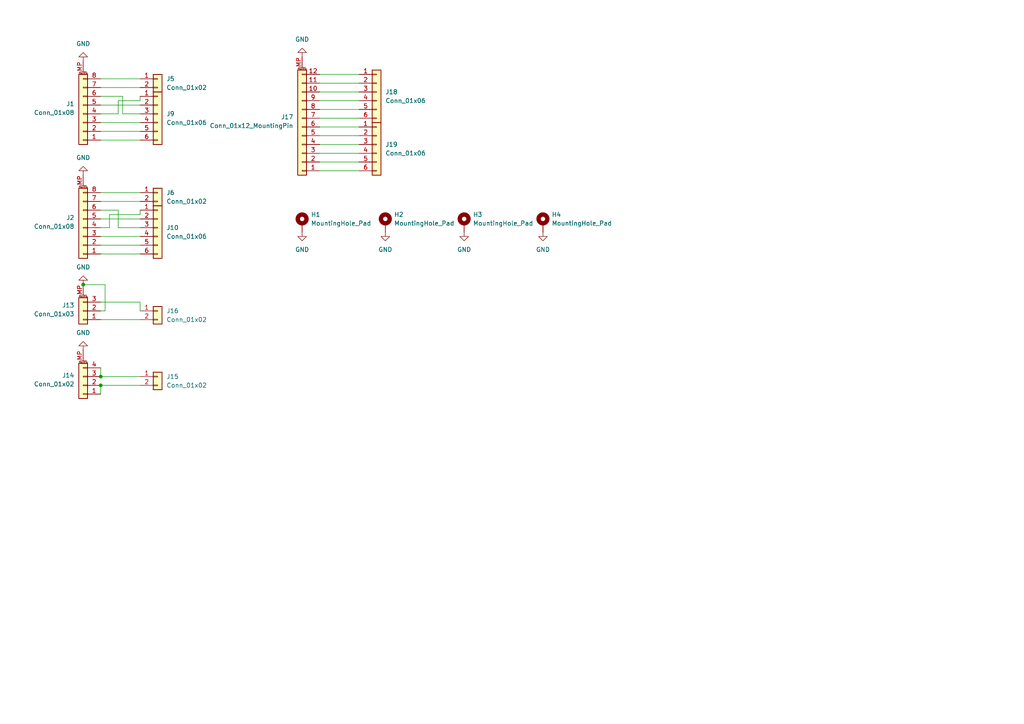
<source format=kicad_sch>
(kicad_sch (version 20231120) (generator "eeschema") (generator_version "8.0")
  (paper "A4")
  (lib_symbols
    (symbol "Connector_Generic:Conn_01x02" (pin_names (offset 1.016) hide)
      (property "Reference" "J" (at 0 2.54 0))
      (property "Value" "Conn_01x02" (at 0 -5.08 0))
      (symbol "Conn_01x02_1_1"
        (rectangle (start -1.27 -2.413) (end 0 -2.667) (stroke (width 0.1524)))
        (rectangle (start -1.27 0.127) (end 0 -0.127) (stroke (width 0.1524)))
        (rectangle (start -1.27 1.27) (end 1.27 -3.81) (stroke (width 0.254)) (fill (type background)))
        (pin passive line (at -5.08 0 0) (length 3.81) (name "Pin_1") (number "1"))
        (pin passive line (at -5.08 -2.54 0) (length 3.81) (name "Pin_2") (number "2"))
      )
    )
    (symbol "Connector_Generic:Conn_01x06" (pin_names (offset 1.016) hide)
      (property "Reference" "J" (at 0 7.62 0))
      (property "Value" "Conn_01x06" (at 0 -10.16 0))
      (symbol "Conn_01x06_1_1"
        (rectangle (start -1.27 -7.493) (end 0 -7.747) (stroke (width 0.1524)))
        (rectangle (start -1.27 -4.953) (end 0 -5.207) (stroke (width 0.1524)))
        (rectangle (start -1.27 -2.413) (end 0 -2.667) (stroke (width 0.1524)))
        (rectangle (start -1.27 0.127) (end 0 -0.127) (stroke (width 0.1524)))
        (rectangle (start -1.27 2.667) (end 0 2.413) (stroke (width 0.1524)))
        (rectangle (start -1.27 5.207) (end 0 4.953) (stroke (width 0.1524)))
        (rectangle (start -1.27 6.35) (end 1.27 -8.89) (stroke (width 0.254)) (fill (type background)))
        (pin passive line (at -5.08 5.08 0) (length 3.81) (name "Pin_1") (number "1"))
        (pin passive line (at -5.08 2.54 0) (length 3.81) (name "Pin_2") (number "2"))
        (pin passive line (at -5.08 0 0) (length 3.81) (name "Pin_3") (number "3"))
        (pin passive line (at -5.08 -2.54 0) (length 3.81) (name "Pin_4") (number "4"))
        (pin passive line (at -5.08 -5.08 0) (length 3.81) (name "Pin_5") (number "5"))
        (pin passive line (at -5.08 -7.62 0) (length 3.81) (name "Pin_6") (number "6"))
      )
    )
    (symbol "Connector_Generic_MountingPin:Conn_01x03_MountingPin" (pin_names (offset 1.016) hide)
      (property "Reference" "J" (at 0 5.08 0))
      (property "Value" "Conn_01x03_MountingPin" (at 1.27 -5.08 0))
      (symbol "Conn_01x03_MountingPin_1_1"
        (rectangle (start -1.27 -2.413) (end 0 -2.667) (stroke (width 0.1524)))
        (rectangle (start -1.27 0.127) (end 0 -0.127) (stroke (width 0.1524)))
        (rectangle (start -1.27 2.667) (end 0 2.413) (stroke (width 0.1524)))
        (rectangle (start -1.27 3.81) (end 1.27 -3.81) (stroke (width 0.254)) (fill (type background)))
        (polyline (pts (xy -1.016 -4.572) (xy 1.016 -4.572)) (stroke (width 0.1524)))
        (text "Mounting" (at 0 -4.191 0) (effects (font (size 0.381 0.381))))
        (pin passive line (at -5.08 2.54 0) (length 3.81) (name "Pin_1") (number "1"))
        (pin passive line (at -5.08 0 0) (length 3.81) (name "Pin_2") (number "2"))
        (pin passive line (at -5.08 -2.54 0) (length 3.81) (name "Pin_3") (number "3"))
        (pin passive line (at 0 -7.62 90) (length 3.048) (name "MountPin") (number "MP"))
      )
    )
    (symbol "Connector_Generic_MountingPin:Conn_01x04_MountingPin" (pin_names (offset 1.016) hide)
      (property "Reference" "J" (at 0 5.08 0))
      (property "Value" "Conn_01x04_MountingPin" (at 1.27 -7.62 0))
      (symbol "Conn_01x04_MountingPin_1_1"
        (rectangle (start -1.27 -4.953) (end 0 -5.207) (stroke (width 0.1524)))
        (rectangle (start -1.27 -2.413) (end 0 -2.667) (stroke (width 0.1524)))
        (rectangle (start -1.27 0.127) (end 0 -0.127) (stroke (width 0.1524)))
        (rectangle (start -1.27 2.667) (end 0 2.413) (stroke (width 0.1524)))
        (rectangle (start -1.27 3.81) (end 1.27 -6.35) (stroke (width 0.254)) (fill (type background)))
        (polyline (pts (xy -1.016 -7.112) (xy 1.016 -7.112)) (stroke (width 0.1524)))
        (text "Mounting" (at 0 -6.731 0) (effects (font (size 0.381 0.381))))
        (pin passive line (at -5.08 2.54 0) (length 3.81) (name "Pin_1") (number "1"))
        (pin passive line (at -5.08 0 0) (length 3.81) (name "Pin_2") (number "2"))
        (pin passive line (at -5.08 -2.54 0) (length 3.81) (name "Pin_3") (number "3"))
        (pin passive line (at -5.08 -5.08 0) (length 3.81) (name "Pin_4") (number "4"))
        (pin passive line (at 0 -10.16 90) (length 3.048) (name "MountPin") (number "MP"))
      )
    )
    (symbol "Connector_Generic_MountingPin:Conn_01x08_MountingPin" (pin_names (offset 1.016) hide)
      (property "Reference" "J" (at 0 10.16 0))
      (property "Value" "Conn_01x08_MountingPin" (at 1.27 -12.7 0))
      (symbol "Conn_01x08_MountingPin_1_1"
        (rectangle (start -1.27 -10.033) (end 0 -10.287) (stroke (width 0.1524)))
        (rectangle (start -1.27 -7.493) (end 0 -7.747) (stroke (width 0.1524)))
        (rectangle (start -1.27 -4.953) (end 0 -5.207) (stroke (width 0.1524)))
        (rectangle (start -1.27 -2.413) (end 0 -2.667) (stroke (width 0.1524)))
        (rectangle (start -1.27 0.127) (end 0 -0.127) (stroke (width 0.1524)))
        (rectangle (start -1.27 2.667) (end 0 2.413) (stroke (width 0.1524)))
        (rectangle (start -1.27 5.207) (end 0 4.953) (stroke (width 0.1524)))
        (rectangle (start -1.27 7.747) (end 0 7.493) (stroke (width 0.1524)))
        (rectangle (start -1.27 8.89) (end 1.27 -11.43) (stroke (width 0.254)) (fill (type background)))
        (polyline (pts (xy -1.016 -12.192) (xy 1.016 -12.192)) (stroke (width 0.1524)))
        (text "Mounting" (at 0 -11.811 0) (effects (font (size 0.381 0.381))))
        (pin passive line (at -5.08 7.62 0) (length 3.81) (name "Pin_1") (number "1"))
        (pin passive line (at -5.08 5.08 0) (length 3.81) (name "Pin_2") (number "2"))
        (pin passive line (at -5.08 2.54 0) (length 3.81) (name "Pin_3") (number "3"))
        (pin passive line (at -5.08 0 0) (length 3.81) (name "Pin_4") (number "4"))
        (pin passive line (at -5.08 -2.54 0) (length 3.81) (name "Pin_5") (number "5"))
        (pin passive line (at -5.08 -5.08 0) (length 3.81) (name "Pin_6") (number "6"))
        (pin passive line (at -5.08 -7.62 0) (length 3.81) (name "Pin_7") (number "7"))
        (pin passive line (at -5.08 -10.16 0) (length 3.81) (name "Pin_8") (number "8"))
        (pin passive line (at 0 -15.24 90) (length 3.048) (name "MountPin") (number "MP"))
      )
    )
    (symbol "Connector_Generic_MountingPin:Conn_01x12_MountingPin" (pin_names (offset 1.016) hide)
      (property "Reference" "J" (at 0 15.24 0))
      (property "Value" "Conn_01x12_MountingPin" (at 1.27 -17.78 0))
      (symbol "Conn_01x12_MountingPin_1_1"
        (rectangle (start -1.27 -15.113) (end 0 -15.367) (stroke (width 0.1524)))
        (rectangle (start -1.27 -12.573) (end 0 -12.827) (stroke (width 0.1524)))
        (rectangle (start -1.27 -10.033) (end 0 -10.287) (stroke (width 0.1524)))
        (rectangle (start -1.27 -7.493) (end 0 -7.747) (stroke (width 0.1524)))
        (rectangle (start -1.27 -4.953) (end 0 -5.207) (stroke (width 0.1524)))
        (rectangle (start -1.27 -2.413) (end 0 -2.667) (stroke (width 0.1524)))
        (rectangle (start -1.27 0.127) (end 0 -0.127) (stroke (width 0.1524)))
        (rectangle (start -1.27 2.667) (end 0 2.413) (stroke (width 0.1524)))
        (rectangle (start -1.27 5.207) (end 0 4.953) (stroke (width 0.1524)))
        (rectangle (start -1.27 7.747) (end 0 7.493) (stroke (width 0.1524)))
        (rectangle (start -1.27 10.287) (end 0 10.033) (stroke (width 0.1524)))
        (rectangle (start -1.27 12.827) (end 0 12.573) (stroke (width 0.1524)))
        (rectangle (start -1.27 13.97) (end 1.27 -16.51) (stroke (width 0.254)) (fill (type background)))
        (polyline (pts (xy -1.016 -17.272) (xy 1.016 -17.272)) (stroke (width 0.1524)))
        (text "Mounting" (at 0 -16.891 0) (effects (font (size 0.381 0.381))))
        (pin passive line (at -5.08 12.7 0) (length 3.81) (name "Pin_1") (number "1"))
        (pin passive line (at -5.08 -10.16 0) (length 3.81) (name "Pin_10") (number "10"))
        (pin passive line (at -5.08 -12.7 0) (length 3.81) (name "Pin_11") (number "11"))
        (pin passive line (at -5.08 -15.24 0) (length 3.81) (name "Pin_12") (number "12"))
        (pin passive line (at -5.08 10.16 0) (length 3.81) (name "Pin_2") (number "2"))
        (pin passive line (at -5.08 7.62 0) (length 3.81) (name "Pin_3") (number "3"))
        (pin passive line (at -5.08 5.08 0) (length 3.81) (name "Pin_4") (number "4"))
        (pin passive line (at -5.08 2.54 0) (length 3.81) (name "Pin_5") (number "5"))
        (pin passive line (at -5.08 0 0) (length 3.81) (name "Pin_6") (number "6"))
        (pin passive line (at -5.08 -2.54 0) (length 3.81) (name "Pin_7") (number "7"))
        (pin passive line (at -5.08 -5.08 0) (length 3.81) (name "Pin_8") (number "8"))
        (pin passive line (at -5.08 -7.62 0) (length 3.81) (name "Pin_9") (number "9"))
        (pin passive line (at 0 -20.32 90) (length 3.048) (name "MountPin") (number "MP"))
      )
    )
    (symbol "Mechanical:MountingHole_Pad" (pin_numbers hide) (pin_names (offset 1.016) hide) (exclude_from_sim yes) (in_bom no)
      (property "Reference" "H" (at 0 6.35 0))
      (property "Value" "MountingHole_Pad" (at 0 4.445 0))
      (symbol "MountingHole_Pad_0_1"
        (circle (center 0 1.27) (radius 1.27) (stroke (width 1.27)))
      )
      (symbol "MountingHole_Pad_1_1"
        (pin input line (at 0 -2.54 90) (length 2.54) (name "1") (number "1"))
      )
    )
    (symbol "power:GND" (power) (pin_numbers hide) (pin_names (offset 0) hide)
      (property "Value" "GND" (at 0 -3.81 0))
      (symbol "GND_0_1"
        (polyline (pts (xy 0 0) (xy 0 -1.27) (xy 1.27 -1.27) (xy 0 -2.54) (xy -1.27 -1.27) (xy 0 -1.27)))
      )
      (symbol "GND_1_1"
        (pin power_in line (at 0 0 270) (length 0) (name "~") (number "1"))
      )
    )
  )
  (junction (at 29.21 111.76))
  (junction (at 24.13 82.55))
  (junction (at 29.21 109.22))
  (wire (pts (xy 92.71 41.91) (xy 104.14 41.91)))
  (wire (pts (xy 29.21 40.64) (xy 40.64 40.64)))
  (wire (pts (xy 31.75 62.23) (xy 40.64 62.23)))
  (wire (pts (xy 29.21 92.71) (xy 40.64 92.71)))
  (wire (pts (xy 31.75 66.04) (xy 31.75 62.23)))
  (wire (pts (xy 34.29 60.96) (xy 34.29 66.04)))
  (wire (pts (xy 30.48 82.55) (xy 24.13 82.55)))
  (wire (pts (xy 29.21 33.02) (xy 34.29 33.02)))
  (wire (pts (xy 92.71 49.53) (xy 104.14 49.53)))
  (wire (pts (xy 29.21 30.48) (xy 40.64 30.48)))
  (wire (pts (xy 35.56 33.02) (xy 40.64 33.02)))
  (wire (pts (xy 29.21 87.63) (xy 40.64 87.63)))
  (wire (pts (xy 40.64 27.94) (xy 40.64 29.21)))
  (wire (pts (xy 29.21 22.86) (xy 40.64 22.86)))
  (wire (pts (xy 29.21 25.4) (xy 40.64 25.4)))
  (wire (pts (xy 92.71 26.67) (xy 104.14 26.67)))
  (wire (pts (xy 92.71 36.83) (xy 104.14 36.83)))
  (wire (pts (xy 29.21 66.04) (xy 31.75 66.04)))
  (wire (pts (xy 92.71 39.37) (xy 104.14 39.37)))
  (wire (pts (xy 92.71 29.21) (xy 104.14 29.21)))
  (wire (pts (xy 29.21 55.88) (xy 40.64 55.88)))
  (wire (pts (xy 34.29 33.02) (xy 34.29 29.21)))
  (wire (pts (xy 29.21 71.12) (xy 40.64 71.12)))
  (wire (pts (xy 30.48 82.55) (xy 30.48 90.17)))
  (wire (pts (xy 29.21 58.42) (xy 40.64 58.42)))
  (wire (pts (xy 40.64 109.22) (xy 29.21 109.22)))
  (wire (pts (xy 92.71 46.99) (xy 104.14 46.99)))
  (wire (pts (xy 92.71 24.13) (xy 104.14 24.13)))
  (wire (pts (xy 34.29 29.21) (xy 40.64 29.21)))
  (wire (pts (xy 29.21 68.58) (xy 40.64 68.58)))
  (wire (pts (xy 92.71 34.29) (xy 104.14 34.29)))
  (wire (pts (xy 92.71 21.59) (xy 104.14 21.59)))
  (wire (pts (xy 40.64 111.76) (xy 29.21 111.76)))
  (wire (pts (xy 92.71 31.75) (xy 104.14 31.75)))
  (wire (pts (xy 40.64 90.17) (xy 40.64 87.63)))
  (wire (pts (xy 29.21 27.94) (xy 35.56 27.94)))
  (wire (pts (xy 29.21 63.5) (xy 40.64 63.5)))
  (wire (pts (xy 29.21 35.56) (xy 40.64 35.56)))
  (wire (pts (xy 30.48 90.17) (xy 29.21 90.17)))
  (wire (pts (xy 40.64 60.96) (xy 40.64 62.23)))
  (wire (pts (xy 35.56 27.94) (xy 35.56 33.02)))
  (wire (pts (xy 34.29 66.04) (xy 40.64 66.04)))
  (wire (pts (xy 29.21 38.1) (xy 40.64 38.1)))
  (wire (pts (xy 29.21 111.76) (xy 29.21 114.3)))
  (wire (pts (xy 29.21 73.66) (xy 40.64 73.66)))
  (wire (pts (xy 92.71 44.45) (xy 104.14 44.45)))
  (wire (pts (xy 29.21 109.22) (xy 29.21 106.68)))
  (wire (pts (xy 29.21 60.96) (xy 34.29 60.96)))
  (symbol (lib_id "power:GND") (at 87.63 16.51 180) (unit 1)
    (property "Reference" "#PWR07" (effects (hide yes)))
    (property "Value" "GND" (at 87.63 11.43 0))
    (property "Description" "Power symbol creates a global label with name \"GND\" , ground" (effects (hide yes)))
  )
  (symbol (lib_id "Connector_Generic:Conn_01x02") (at 45.72 109.22 0) (unit 1)
    (property "Reference" "J15" (at 48.26 109.2199 0) (effects (justify left)))
    (property "Value" "Conn_01x02" (at 48.26 111.7599 0) (effects (justify left)))
    (property "Footprint" "Connector_JST:JST_XH_B2B-XH-A_1x02_P2.50mm_Vertical" (effects (hide yes)))
    (property "Description" "Generic connector, single row, 01x02, script generated (kicad-library-utils/schlib/autogen/connector/)" (effects (hide yes)))
  )
  (symbol (lib_id "Connector_Generic:Conn_01x02") (at 45.72 90.17 0) (unit 1)
    (property "Reference" "J16" (at 48.26 90.1699 0) (effects (justify left)))
    (property "Value" "Conn_01x02" (at 48.26 92.7099 0) (effects (justify left)))
    (property "Footprint" "Connector_JST:JST_XH_B2B-XH-A_1x02_P2.50mm_Vertical" (effects (hide yes)))
    (property "Description" "Generic connector, single row, 01x02, script generated (kicad-library-utils/schlib/autogen/connector/)" (effects (hide yes)))
  )
  (symbol (lib_id "power:GND") (at 24.13 82.55 180) (unit 1)
    (property "Reference" "#PWR05" (effects (hide yes)))
    (property "Value" "GND" (at 24.13 77.47 0))
    (property "Description" "Power symbol creates a global label with name \"GND\" , ground" (effects (hide yes)))
  )
  (symbol (lib_id "power:GND") (at 24.13 50.8 180) (unit 1)
    (property "Reference" "#PWR02" (effects (hide yes)))
    (property "Value" "GND" (at 24.13 45.72 0))
    (property "Description" "Power symbol creates a global label with name \"GND\" , ground" (effects (hide yes)))
  )
  (symbol (lib_id "power:GND") (at 24.13 101.6 180) (unit 1)
    (property "Reference" "#PWR06" (effects (hide yes)))
    (property "Value" "GND" (at 24.13 96.52 0))
    (property "Description" "Power symbol creates a global label with name \"GND\" , ground" (effects (hide yes)))
  )
  (symbol (lib_id "Mechanical:MountingHole_Pad") (at 134.62 64.77 0) (unit 1) (exclude_from_sim yes) (in_bom no)
    (property "Reference" "H3" (at 137.16 62.2299 0) (effects (justify left)))
    (property "Value" "MountingHole_Pad" (at 137.16 64.7699 0) (effects (justify left)))
    (property "Footprint" "MountingHole:MountingHole_4.3mm_M4_DIN965_Pad_TopBottom" (effects (hide yes)))
    (property "Description" "Mounting Hole with connection" (effects (hide yes)))
  )
  (symbol (lib_id "Connector_Generic_MountingPin:Conn_01x08_MountingPin") (at 24.13 66.04 180) (unit 1)
    (property "Reference" "J2" (at 21.59 63.1443 0) (effects (justify left)))
    (property "Value" "Conn_01x08" (at 21.59 65.6843 0) (effects (justify left)))
    (property "Footprint" "Personal:M8 8P w Ground" (effects (hide yes)))
    (property "Description" "Generic connectable mounting pin connector, single row, 01x08, script generated (kicad-library-utils/schlib/autogen/connector/)" (effects (hide yes)))
  )
  (symbol (lib_id "Connector_Generic:Conn_01x02") (at 45.72 55.88 0) (unit 1)
    (property "Reference" "J6" (at 48.26 55.8799 0) (effects (justify left)))
    (property "Value" "Conn_01x02" (at 48.26 58.4199 0) (effects (justify left)))
    (property "Footprint" "Connector_JST:JST_XH_B2B-XH-A_1x02_P2.50mm_Vertical" (effects (hide yes)))
    (property "Description" "Generic connector, single row, 01x02, script generated (kicad-library-utils/schlib/autogen/connector/)" (effects (hide yes)))
  )
  (symbol (lib_id "power:GND") (at 87.63 67.31 0) (unit 1)
    (property "Reference" "#PWR03" (effects (hide yes)))
    (property "Value" "GND" (at 87.63 72.39 0))
    (property "Description" "Power symbol creates a global label with name \"GND\" , ground" (effects (hide yes)))
  )
  (symbol (lib_id "Connector_Generic:Conn_01x06") (at 45.72 33.02 0) (unit 1)
    (property "Reference" "J9" (at 48.26 33.0199 0) (effects (justify left)))
    (property "Value" "Conn_01x06" (at 48.26 35.5599 0) (effects (justify left)))
    (property "Footprint" "Connector_JST:JST_XH_B6B-XH-A_1x06_P2.50mm_Vertical" (effects (hide yes)))
    (property "Description" "Generic connector, single row, 01x06, script generated (kicad-library-utils/schlib/autogen/connector/)" (effects (hide yes)))
  )
  (symbol (lib_id "power:GND") (at 24.13 17.78 180) (unit 1)
    (property "Reference" "#PWR01" (effects (hide yes)))
    (property "Value" "GND" (at 24.13 12.7 0))
    (property "Description" "Power symbol creates a global label with name \"GND\" , ground" (effects (hide yes)))
  )
  (symbol (lib_id "power:GND") (at 111.76 67.31 0) (unit 1)
    (property "Reference" "#PWR04" (effects (hide yes)))
    (property "Value" "GND" (at 111.76 72.39 0))
    (property "Description" "Power symbol creates a global label with name \"GND\" , ground" (effects (hide yes)))
  )
  (symbol (lib_id "power:GND") (at 157.48 67.31 0) (unit 1)
    (property "Reference" "#PWR09" (effects (hide yes)))
    (property "Value" "GND" (at 157.48 72.39 0))
    (property "Description" "Power symbol creates a global label with name \"GND\" , ground" (effects (hide yes)))
  )
  (symbol (lib_id "Connector_Generic:Conn_01x06") (at 109.22 41.91 0) (unit 1)
    (property "Reference" "J19" (at 111.76 41.9099 0) (effects (justify left)))
    (property "Value" "Conn_01x06" (at 111.76 44.4499 0) (effects (justify left)))
    (property "Footprint" "Connector_JST:JST_XH_B6B-XH-A_1x06_P2.50mm_Vertical" (effects (hide yes)))
    (property "Description" "Generic connector, single row, 01x06, script generated (kicad-library-utils/schlib/autogen/connector/)" (effects (hide yes)))
  )
  (symbol (lib_id "Connector_Generic_MountingPin:Conn_01x04_MountingPin") (at 24.13 111.76 180) (unit 1)
    (property "Reference" "J14" (at 21.59 108.8643 0) (effects (justify left)))
    (property "Value" "Conn_01x02" (at 21.59 111.4043 0) (effects (justify left)))
    (property "Footprint" "Personal:M8 2P 4P w Ground" (effects (hide yes)))
    (property "Description" "Generic connectable mounting pin connector, single row, 01x04, script generated (kicad-library-utils/schlib/autogen/connector/)" (effects (hide yes)))
  )
  (symbol (lib_id "Connector_Generic_MountingPin:Conn_01x03_MountingPin") (at 24.13 90.17 180) (unit 1)
    (property "Reference" "J13" (at 21.59 88.5443 0) (effects (justify left)))
    (property "Value" "Conn_01x03" (at 21.59 91.0843 0) (effects (justify left)))
    (property "Footprint" "Personal:M8 3P w Ground" (effects (hide yes)))
    (property "Description" "Generic connectable mounting pin connector, single row, 01x03, script generated (kicad-library-utils/schlib/autogen/connector/)" (effects (hide yes)))
  )
  (symbol (lib_id "Connector_Generic:Conn_01x02") (at 45.72 22.86 0) (unit 1)
    (property "Reference" "J5" (at 48.26 22.8599 0) (effects (justify left)))
    (property "Value" "Conn_01x02" (at 48.26 25.3999 0) (effects (justify left)))
    (property "Footprint" "Connector_JST:JST_XH_B2B-XH-A_1x02_P2.50mm_Vertical" (effects (hide yes)))
    (property "Description" "Generic connector, single row, 01x02, script generated (kicad-library-utils/schlib/autogen/connector/)" (effects (hide yes)))
  )
  (symbol (lib_id "Mechanical:MountingHole_Pad") (at 111.76 64.77 0) (unit 1) (exclude_from_sim yes) (in_bom no)
    (property "Reference" "H2" (at 114.3 62.2299 0) (effects (justify left)))
    (property "Value" "MountingHole_Pad" (at 114.3 64.7699 0) (effects (justify left)))
    (property "Footprint" "MountingHole:MountingHole_4.3mm_M4_DIN965_Pad_TopBottom" (effects (hide yes)))
    (property "Description" "Mounting Hole with connection" (effects (hide yes)))
  )
  (symbol (lib_id "Connector_Generic:Conn_01x06") (at 45.72 66.04 0) (unit 1)
    (property "Reference" "J10" (at 48.26 66.0399 0) (effects (justify left)))
    (property "Value" "Conn_01x06" (at 48.26 68.5799 0) (effects (justify left)))
    (property "Footprint" "Connector_JST:JST_XH_B6B-XH-A_1x06_P2.50mm_Vertical" (effects (hide yes)))
    (property "Description" "Generic connector, single row, 01x06, script generated (kicad-library-utils/schlib/autogen/connector/)" (effects (hide yes)))
  )
  (symbol (lib_id "Connector_Generic:Conn_01x06") (at 109.22 26.67 0) (unit 1)
    (property "Reference" "J18" (at 111.76 26.6699 0) (effects (justify left)))
    (property "Value" "Conn_01x06" (at 111.76 29.2099 0) (effects (justify left)))
    (property "Footprint" "Connector_JST:JST_XH_B6B-XH-A_1x06_P2.50mm_Vertical" (effects (hide yes)))
    (property "Description" "Generic connector, single row, 01x06, script generated (kicad-library-utils/schlib/autogen/connector/)" (effects (hide yes)))
  )
  (symbol (lib_id "Connector_Generic_MountingPin:Conn_01x08_MountingPin") (at 24.13 33.02 180) (unit 1)
    (property "Reference" "J1" (at 21.59 30.1243 0) (effects (justify left)))
    (property "Value" "Conn_01x08" (at 21.59 32.6643 0) (effects (justify left)))
    (property "Footprint" "Personal:M8 8P w Ground" (effects (hide yes)))
    (property "Description" "Generic connectable mounting pin connector, single row, 01x08, script generated (kicad-library-utils/schlib/autogen/connector/)" (effects (hide yes)))
  )
  (symbol (lib_id "Connector_Generic_MountingPin:Conn_01x12_MountingPin") (at 87.63 36.83 180) (unit 1)
    (property "Reference" "J17" (at 85.09 33.9343 0) (effects (justify left)))
    (property "Value" "Conn_01x12_MountingPin" (at 85.09 36.4743 0) (effects (justify left)))
    (property "Footprint" "Personal:M12 12P w Ground" (effects (hide yes)))
    (property "Description" "Generic connectable mounting pin connector, single row, 01x12, script generated (kicad-library-utils/schlib/autogen/connector/)" (effects (hide yes)))
  )
  (symbol (lib_id "Mechanical:MountingHole_Pad") (at 157.48 64.77 0) (unit 1) (exclude_from_sim yes) (in_bom no)
    (property "Reference" "H4" (at 160.02 62.2299 0) (effects (justify left)))
    (property "Value" "MountingHole_Pad" (at 160.02 64.7699 0) (effects (justify left)))
    (property "Footprint" "MountingHole:MountingHole_4.3mm_M4_DIN965_Pad_TopBottom" (effects (hide yes)))
    (property "Description" "Mounting Hole with connection" (effects (hide yes)))
  )
  (symbol (lib_id "power:GND") (at 134.62 67.31 0) (unit 1)
    (property "Reference" "#PWR08" (effects (hide yes)))
    (property "Value" "GND" (at 134.62 72.39 0))
    (property "Description" "Power symbol creates a global label with name \"GND\" , ground" (effects (hide yes)))
  )
  (symbol (lib_id "Mechanical:MountingHole_Pad") (at 87.63 64.77 0) (unit 1) (exclude_from_sim yes) (in_bom no)
    (property "Reference" "H1" (at 90.17 62.2299 0) (effects (justify left)))
    (property "Value" "MountingHole_Pad" (at 90.17 64.7699 0) (effects (justify left)))
    (property "Footprint" "MountingHole:MountingHole_4.3mm_M4_DIN965_Pad_TopBottom" (effects (hide yes)))
    (property "Description" "Mounting Hole with connection" (effects (hide yes)))
  )
)
</source>
